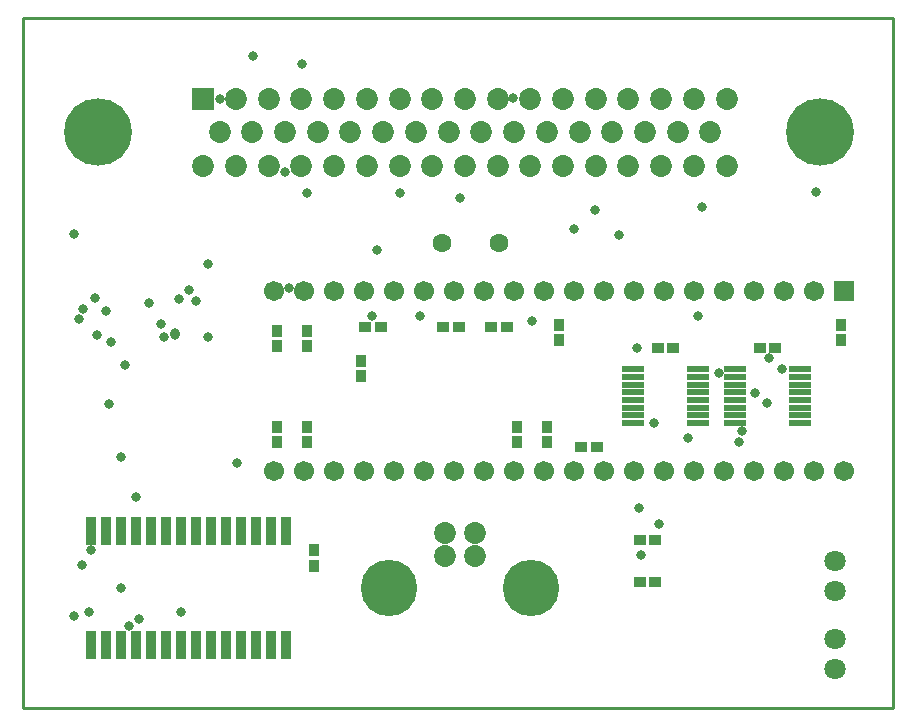
<source format=gbs>
%FSLAX23Y23*%
%MOIN*%
G70*
G01*
G75*
%ADD10R,0.012X0.031*%
%ADD11R,0.134X0.071*%
%ADD12C,0.008*%
%ADD13C,0.008*%
%ADD14C,0.012*%
%ADD15C,0.010*%
%ADD16C,0.063*%
%ADD17C,0.055*%
%ADD18C,0.180*%
%ADD19C,0.065*%
%ADD20R,0.059X0.059*%
%ADD21C,0.059*%
%ADD22R,0.065X0.065*%
%ADD23C,0.217*%
%ADD24C,0.025*%
%ADD25R,0.024X0.087*%
%ADD26R,0.035X0.028*%
%ADD27R,0.065X0.012*%
%ADD28R,0.028X0.035*%
%ADD29C,0.008*%
%ADD30C,0.007*%
%ADD31C,0.009*%
%ADD32R,0.008X0.020*%
%ADD33R,0.008X0.020*%
%ADD34C,0.010*%
%ADD35R,0.020X0.039*%
%ADD36R,0.142X0.079*%
%ADD37C,0.071*%
%ADD38C,0.063*%
%ADD39C,0.188*%
%ADD40C,0.073*%
%ADD41R,0.067X0.067*%
%ADD42C,0.067*%
%ADD43R,0.073X0.073*%
%ADD44C,0.225*%
%ADD45C,0.033*%
%ADD46R,0.032X0.095*%
%ADD47R,0.043X0.036*%
%ADD48R,0.073X0.020*%
%ADD49R,0.036X0.043*%
D15*
Y2300D02*
X2900D01*
Y0D02*
Y2300D01*
X0Y0D02*
X2900D01*
X0D02*
Y2300D01*
D37*
X2707Y132D02*
D03*
Y232D02*
D03*
Y390D02*
D03*
Y490D02*
D03*
D38*
X1394Y1550D02*
D03*
X1586D02*
D03*
D39*
X1218Y400D02*
D03*
X1692D02*
D03*
D40*
X1406Y507D02*
D03*
Y585D02*
D03*
X1504D02*
D03*
X1504Y507D02*
D03*
X709Y2032D02*
D03*
X2344Y1808D02*
D03*
X2235D02*
D03*
X818Y2032D02*
D03*
X927D02*
D03*
X2126Y1808D02*
D03*
X2017D02*
D03*
X1036Y2032D02*
D03*
X1145D02*
D03*
X1908Y1808D02*
D03*
X1799D02*
D03*
X1254Y2032D02*
D03*
X1363D02*
D03*
X1690Y1808D02*
D03*
X1581D02*
D03*
X1472Y2032D02*
D03*
X1581D02*
D03*
X1472Y1808D02*
D03*
X1363D02*
D03*
X1690Y2032D02*
D03*
X1799D02*
D03*
X1254Y1808D02*
D03*
X1145D02*
D03*
X1908Y2032D02*
D03*
X2017D02*
D03*
X1036Y1808D02*
D03*
X927D02*
D03*
X2126Y2032D02*
D03*
X2235D02*
D03*
X818Y1808D02*
D03*
X709D02*
D03*
X2344Y2032D02*
D03*
X655Y1920D02*
D03*
X600Y1808D02*
D03*
X2289Y1920D02*
D03*
X763D02*
D03*
X873D02*
D03*
X2181D02*
D03*
X2072D02*
D03*
X982D02*
D03*
X1090D02*
D03*
X1962D02*
D03*
X1854D02*
D03*
X1199D02*
D03*
X1309D02*
D03*
X1745D02*
D03*
X1635D02*
D03*
X1418D02*
D03*
X1526D02*
D03*
D41*
X2735Y1391D02*
D03*
D42*
X2635D02*
D03*
X2535D02*
D03*
X2435D02*
D03*
X2335D02*
D03*
X2235D02*
D03*
X2135D02*
D03*
X2035D02*
D03*
X1935D02*
D03*
X1835D02*
D03*
X1735D02*
D03*
X1635D02*
D03*
X1535D02*
D03*
X1435D02*
D03*
X1335D02*
D03*
X1235D02*
D03*
X1135D02*
D03*
X1035D02*
D03*
X935D02*
D03*
X835D02*
D03*
X2735Y791D02*
D03*
X2635D02*
D03*
X2535D02*
D03*
X2435D02*
D03*
X2335D02*
D03*
X2235D02*
D03*
X2135D02*
D03*
X2035D02*
D03*
X1935D02*
D03*
X1835D02*
D03*
X1735D02*
D03*
X1635D02*
D03*
X1535D02*
D03*
X1435D02*
D03*
X1335D02*
D03*
X1235D02*
D03*
X1135D02*
D03*
X1035D02*
D03*
X935D02*
D03*
X835D02*
D03*
D43*
X600Y2032D02*
D03*
D44*
X249Y1920D02*
D03*
X2655D02*
D03*
D45*
X195Y476D02*
D03*
X2385Y888D02*
D03*
X2103Y949D02*
D03*
X2396Y923D02*
D03*
X1834Y1597D02*
D03*
X2440Y1052D02*
D03*
X2484Y1167D02*
D03*
X1695Y1290D02*
D03*
X2530Y1130D02*
D03*
X2119Y615D02*
D03*
X339Y1145D02*
D03*
X198Y1329D02*
D03*
X385Y296D02*
D03*
X168Y306D02*
D03*
X184Y1297D02*
D03*
X353Y273D02*
D03*
X574Y1357D02*
D03*
X551Y1393D02*
D03*
X520Y1363D02*
D03*
X505Y1245D02*
D03*
Y1250D02*
D03*
X470Y1237D02*
D03*
X1162Y1307D02*
D03*
X2046Y1200D02*
D03*
X376Y704D02*
D03*
X711Y817D02*
D03*
X1632Y2035D02*
D03*
X655Y2032D02*
D03*
X885Y1401D02*
D03*
X1322Y1308D02*
D03*
X1904Y1660D02*
D03*
X1178Y1527D02*
D03*
X2051Y668D02*
D03*
X325Y837D02*
D03*
X1984Y1578D02*
D03*
X2318Y1116D02*
D03*
X170Y1581D02*
D03*
X766Y2173D02*
D03*
X929Y2148D02*
D03*
X1254Y1716D02*
D03*
X945D02*
D03*
X873Y1788D02*
D03*
X2641Y1721D02*
D03*
X616Y1238D02*
D03*
X525Y320D02*
D03*
X218D02*
D03*
X238Y1367D02*
D03*
X291Y1220D02*
D03*
X2479Y1016D02*
D03*
X617Y1480D02*
D03*
X1456Y1700D02*
D03*
X459Y1280D02*
D03*
X418Y1352D02*
D03*
X226Y528D02*
D03*
X286Y1015D02*
D03*
X2217Y900D02*
D03*
X2249Y1307D02*
D03*
X2058Y511D02*
D03*
X325Y400D02*
D03*
X275Y1323D02*
D03*
X246Y1244D02*
D03*
X2262Y1672D02*
D03*
D46*
X225Y590D02*
D03*
X275D02*
D03*
X325D02*
D03*
X375D02*
D03*
X425D02*
D03*
X475D02*
D03*
X525D02*
D03*
X575D02*
D03*
X625D02*
D03*
X675D02*
D03*
X725D02*
D03*
X775D02*
D03*
X825D02*
D03*
X875D02*
D03*
X225Y210D02*
D03*
X275D02*
D03*
X325D02*
D03*
X375D02*
D03*
X425D02*
D03*
X475D02*
D03*
X525D02*
D03*
X575D02*
D03*
X625D02*
D03*
X675D02*
D03*
X725D02*
D03*
X775D02*
D03*
X825D02*
D03*
X875D02*
D03*
D47*
X2106Y420D02*
D03*
X2054D02*
D03*
Y560D02*
D03*
X2106D02*
D03*
X2454Y1200D02*
D03*
X2506D02*
D03*
X2114D02*
D03*
X2166D02*
D03*
X1911Y871D02*
D03*
X1859D02*
D03*
X1559Y1271D02*
D03*
X1611D02*
D03*
X1139D02*
D03*
X1191D02*
D03*
X1399D02*
D03*
X1451D02*
D03*
D48*
X2371Y950D02*
D03*
Y976D02*
D03*
Y1002D02*
D03*
Y1027D02*
D03*
Y1053D02*
D03*
Y1078D02*
D03*
Y1104D02*
D03*
Y1130D02*
D03*
X2589Y950D02*
D03*
Y976D02*
D03*
Y1002D02*
D03*
Y1027D02*
D03*
Y1053D02*
D03*
Y1078D02*
D03*
Y1104D02*
D03*
Y1130D02*
D03*
X2031Y950D02*
D03*
Y976D02*
D03*
Y1002D02*
D03*
Y1027D02*
D03*
Y1053D02*
D03*
Y1078D02*
D03*
Y1104D02*
D03*
Y1130D02*
D03*
X2249Y950D02*
D03*
Y976D02*
D03*
Y1002D02*
D03*
Y1027D02*
D03*
Y1053D02*
D03*
Y1078D02*
D03*
Y1104D02*
D03*
Y1130D02*
D03*
D49*
X970Y474D02*
D03*
Y526D02*
D03*
X1745Y886D02*
D03*
Y937D02*
D03*
X1645Y886D02*
D03*
Y937D02*
D03*
X945D02*
D03*
Y886D02*
D03*
X1785Y1277D02*
D03*
Y1226D02*
D03*
X2725D02*
D03*
Y1277D02*
D03*
X945Y1257D02*
D03*
Y1206D02*
D03*
X845Y1257D02*
D03*
Y1206D02*
D03*
Y886D02*
D03*
Y937D02*
D03*
X1125Y1157D02*
D03*
Y1106D02*
D03*
M02*

</source>
